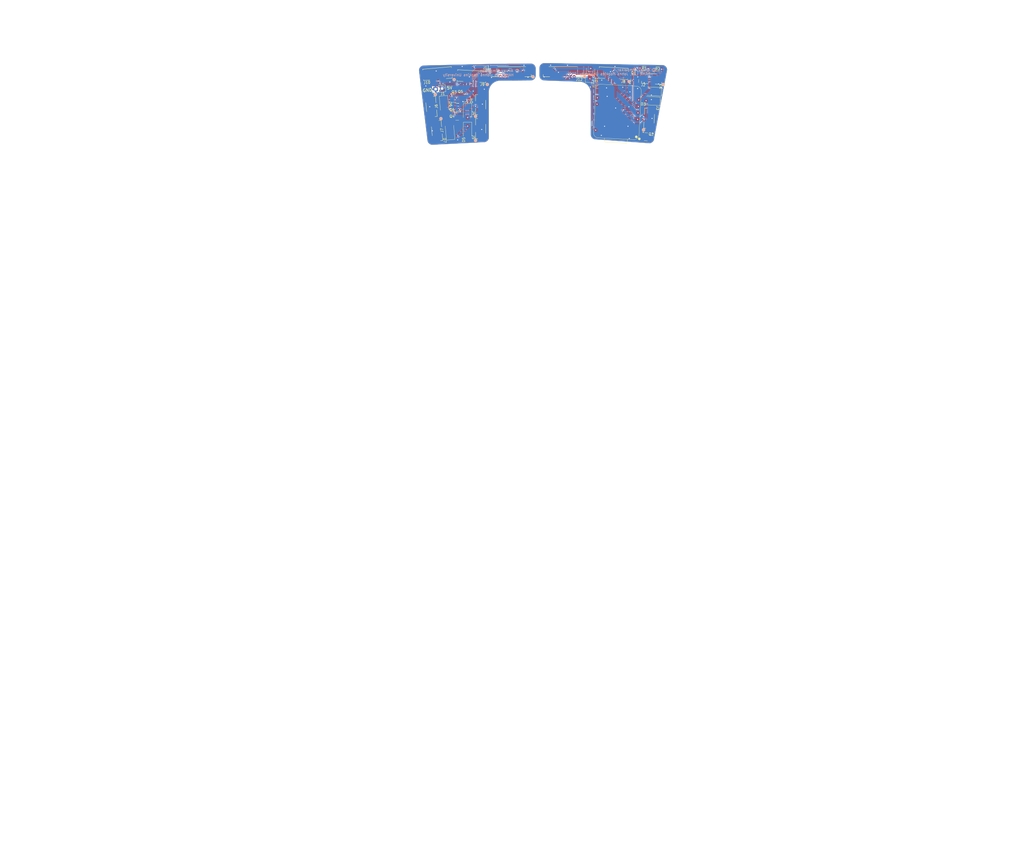
<source format=kicad_pcb>
(kicad_pcb (version 20241229) (generator "pcbnew") (generator_version "9.0")
  (layers (0 "F.Cu" signal) (2 "B.Cu" signal) (13 "F.Paste" user) (15 "B.Paste" user) (5 "F.SilkS" user "F.Silkscreen") (7 "B.SilkS" user "B.Silkscreen") (1 "F.Mask" user) (3 "B.Mask" user) (25 "Edge.Cuts" user))
  (net 0 "")
  (net 1 "5V")
  (net 2 "Net-(D3-A)")
  (net 3 "Net-(D4-A)")
  (net 4 "GND")
  (net 5 "Net-(D5-A)")
  (net 6 "V1")
  (net 7 "V2")
  (net 10 "SDA")
  (net 11 "SCL")
  (net 12 "Net-(D6-A)")
  (net 13 "Net-(D7-A)")
  (net 14 "3V3")
  (net 15 "Net-(D1-K)")
  (net 16 "Net-(D2-A)")
  (net 26 "V3")
  (net 27 "V4")
  (net 28 "V5")
  (net 29 "V6")
  (net 31 "5V_1")
  (net 32 "GND_1")
  (net 33 "SDA_1")
  (net 34 "SCL_1")
  (net 35 "V6_1")
  (net 36 "V3_1")
  (net 37 "V5_1")
  (net 38 "V4_1")
  (footprint "Package_TO_SOT_SMD:SOT-23" (layer "F.Cu") (at 227.762823 84.405935 -3)
    (property "Reference" "Q2")
    (property "Value" "IRLML2060")
  )
  (footprint "Diode_SMD:D_SMA" (layer "F.Cu") (at 148.9225 71.882 -85)
    (property "Reference" "D6")
    (property "Value" "1N5819")
  )
  (footprint "Pneumatactors:CONN02_533984002_MOL" (layer "F.Cu") (at 163.1465 71.816 -90)
    (property "Reference" "J4")
    (property "Value" "Valve_3")
  )
  (footprint "Pneumatactors:CONN08_533980871_MOL" (layer "F.Cu") (at 195.326 58.928)
    (property "Reference" "J12")
    (property "Value" "532610871")
  )
  (footprint "Resistor_SMD:R_1206_3216Metric_Pad1.30x1.75mm_HandSolder" (layer "F.Cu") (at 227.024699 57.647004 -3)
    (property "Reference" "R1")
    (property "Value" "10k")
  )
  (footprint "XIAO-ESP32S3:XIAO-ESP32S3-SMD" (layer "F.Cu") (at 216.586823 74.665004 177)
    (property "Reference" "U2")
    (property "Value" "SeeeduinoXIAO")
  )
  (footprint "Diode_SMD:D_SMA" (layer "F.Cu") (at 205.994 59.69 85)
    (property "Reference" "D1")
    (property "Value" "1N5819")
  )
  (footprint "Connector_PinHeader_2.54mm:PinHeader_1x02_P2.54mm_Vertical" (layer "F.Cu") (at 145.551665 65.753375 95)
    (property "Reference" "J1")
    (property "Value" "Conn_01x02_Pin")
  )
  (footprint "Package_TO_SOT_SMD:SOT-23" (layer "F.Cu") (at 152.811 69.276)
    (property "Reference" "Q3")
    (property "Value" "IRLML2060")
  )
  (footprint "Diode_SMD:D_SMA" (layer "F.Cu") (at 230.268082 66.641676 177)
    (property "Reference" "D2")
    (property "Value" "1N5819")
  )
  (footprint "Pneumatactors:CONN_532610001-SD_05_MOL" (layer "F.Cu") (at 215.038145 59.543578 -3)
    (property "Reference" "J8")
    (property "Value" "532610571")
  )
  (footprint "Diode_SMD:D_SMA" (layer "F.Cu") (at 229.794823 70.347004 177)
    (property "Reference" "D3")
    (property "Value" "1N5819")
  )
  (footprint "Pneumatactors:CONN02_533984002_MOL" (layer "F.Cu") (at 146.05 82.042 95)
    (property "Reference" "J7")
    (property "Value" "Valve_6")
  )
  (footprint "Pneumatactors:CONN_532610001-SD_05_MOL" (layer "F.Cu") (at 159.65912 60.706 -3)
    (property "Reference" "J9")
    (property "Value" "532610571")
  )
  (footprint "Package_TO_SOT_SMD:SOT-23" (layer "F.Cu") (at 154.0025 72.832 180)
    (property "Reference" "Q6")
    (property "Value" "IRLML2060")
  )
  (footprint "Resistor_SMD:R_1206_3216Metric_Pad1.30x1.75mm_HandSolder" (layer "F.Cu") (at 232.310947 57.901004 -3)
    (property "Reference" "R2")
    (property "Value" "10k")
  )
  (footprint "Package_TO_SOT_SMD:SOT-23" (layer "F.Cu") (at 156.875 69.21 180)
    (property "Reference" "Q5")
    (property "Value" "IRLML2060")
  )
  (footprint "Pneumatactors:CONN02_533984002_MOL" (layer "F.Cu") (at 230.048823 61.711004 -3)
    (property "Reference" "J2")
    (property "Value" "Valve_1")
  )
  (footprint "Package_TO_SOT_SMD:SOT-23" (layer "F.Cu") (at 223.30719 62.50307 87)
    (property "Reference" "Q1")
    (property "Value" "IRLML2060")
  )
  (footprint "Pneumatactors:CONN_532610001-SD_05_MOL" (layer "F.Cu") (at 146.304 59.69 5)
    (property "Reference" "J10")
    (property "Value" "532610571")
  )
  (footprint "Diode_SMD:D_SMA" (layer "F.Cu") (at 151.13 82.042 95)
    (property "Reference" "D7")
    (property "Value" "1N5819")
  )
  (footprint "Diode_SMD:D_SMA" (layer "F.Cu") (at 158.0665 82.23 -90)
    (property "Reference" "D5")
    (property "Value" "1N5819")
  )
  (footprint "Package_TO_SOT_SMD:SOT-23" (layer "F.Cu") (at 154.0025 76.388)
    (property "Reference" "Q4")
    (property "Value" "IRLML2060")
  )
  (footprint "Pneumatactors:CONN02_533984002_MOL" (layer "F.Cu") (at 163.1465 81.214 -90)
    (property "Reference" "J5")
    (property "Value" "Valve_4")
  )
  (footprint "Diode_SMD:D_SMA" (layer "F.Cu") (at 158.0665 74.864 -90)
    (property "Reference" "D4")
    (property "Value" "1N5819")
  )
  (footprint "Pneumatactors:CONN02_533984002_MOL" (layer "F.Cu") (at 229.032823 77.205004 -93)
    (property "Reference" "J3")
    (property "Value" "Valve_2")
  )
  (footprint "Pneumatactors:CONN02_533984002_MOL" (layer "F.Cu") (at 143.862267 72.644 95)
    (property "Reference" "J6")
    (property "Value" "Valve_5")
  )
  (footprint "Pneumatactors:CONN08_533980871_MOL" (layer "F.Cu") (at 175.26 58.928)
    (property "Reference" "J11")
    (property "Value" "532610871")
  )
  (gr_line (start 170.7831 62.45209) (end 182.753 62.357) (stroke (width 0.1)) (layer "Edge.Cuts"))
  (gr_arc (start 139.065 58.42) (mid 139.622962 57.072962) (end 140.97 56.515) (stroke (width 0.1)) (layer "Edge.Cuts"))
  (gr_arc (start 201.733293 62.855065) (mid 204.978 64.262) (end 206.168676 67.592147) (stroke (width 0.1)) (layer "Edge.Cuts"))
  (gr_line (start 230.935962 85.013) (end 236.015962 58.243038) (stroke (width 0.15)) (layer "Edge.Cuts"))
  (gr_arc (start 182.753 55.753) (mid 184.100038 56.310962) (end 184.658 57.658) (stroke (width 0.1)) (layer "Edge.Cuts"))
  (gr_line (start 208.103 85.393962) (end 229.031 86.917962) (stroke (width 0.15)) (layer "Edge.Cuts"))
  (gr_line (start 139.065021 58.428944) (end 142.367 85.598) (stroke (width 0.1)) (layer "Edge.Cuts"))
  (gr_line (start 184.658 60.452) (end 184.658 57.658) (stroke (width 0.1)) (layer "Edge.Cuts"))
  (gr_line (start 182.753 55.753) (end 166.624 55.88) (stroke (width 0.1)) (layer "Edge.Cuts"))
  (gr_line (start 206.16873 67.592147) (end 206.198038 83.489) (stroke (width 0.1)) (layer "Edge.Cuts"))
  (gr_arc (start 184.658 60.452) (mid 184.100038 61.799038) (end 182.753 62.357) (stroke (width 0.1)) (layer "Edge.Cuts"))
  (gr_line (start 186.132038 57.481) (end 186.132 60.452) (stroke (width 0.1)) (layer "Edge.Cuts"))
  (gr_arc (start 188.037038 62.357) (mid 186.69 61.799038) (end 186.132038 60.452) (stroke (width 0.1)) (layer "Edge.Cuts"))
  (gr_arc (start 208.103038 85.393962) (mid 206.756 84.836) (end 206.198038 83.488962) (stroke (width 0.1)) (layer "Edge.Cuts"))
  (gr_arc (start 166.33809 66.89709) (mid 167.64 63.754) (end 170.78309 62.45209) (stroke (width 0.1)) (layer "Edge.Cuts"))
  (gr_arc (start 144.272 87.503) (mid 142.924962 86.945038) (end 142.367 85.598) (stroke (width 0.1)) (layer "Edge.Cuts"))
  (gr_arc (start 166.37 84.582) (mid 165.812038 85.929038) (end 164.465 86.487) (stroke (width 0.1)) (layer "Edge.Cuts"))
  (gr_arc (start 186.132038 57.481038) (mid 186.69 56.134) (end 188.037038 55.576038) (stroke (width 0.1)) (layer "Edge.Cuts"))
  (gr_line (start 164.465 86.487) (end 144.272 87.503) (stroke (width 0.1)) (layer "Edge.Cuts"))
  (gr_line (start 166.37 84.582) (end 166.338091 66.89709) (stroke (width 0.1)) (layer "Edge.Cuts"))
  (gr_arc (start 230.935962 85.012962) (mid 230.378 86.36) (end 229.030962 86.917962) (stroke (width 0.1)) (layer "Edge.Cuts"))
  (gr_line (start 166.624 55.88) (end 140.97 56.515) (stroke (width 0.1)) (layer "Edge.Cuts"))
  (gr_line (start 201.7333 62.855065) (end 188.037038 62.357) (stroke (width 0.1)) (layer "Edge.Cuts"))
  (gr_line (start 188.037038 55.573663) (end 234.111 56.338038) (stroke (width 0.1)) (layer "Edge.Cuts"))
  (gr_arc (start 234.110962 56.338038) (mid 235.458 56.896) (end 236.015962 58.243038) (stroke (width 0.1)) (layer "Edge.Cuts"))
  (gr_text "5V" (at 149.86 66.04 5) (layer "F.SilkS") (effects (font (size 1.2 1.2) (thickness 0.2) (bold yes)) (justify left bottom)))
  (gr_text "GND" (at 140.462 67.056 5) (layer "F.SilkS") (effects (font (size 1.2 1.2) (thickness 0.2) (bold yes)) (justify left bottom)))
  (gr_text "© Anway Pimpalkar\n   HAMR Lab, Johns Hopkins University" (at 231.902 60.4012 0) (layer "B.SilkS") (effects (font (size 1 1)) (justify left bottom mirror)))
  (gr_text "© Anway Pimpalkar\n   HAMR Lab, Johns Hopkins University" (at 178.4096 60.8076 0) (layer "B.SilkS") (effects (font (size 1 1)) (justify left bottom mirror)))
  (segment (start 148.748187 71.144385) (end 146.799896 73.092676) (width 1) (layer "F.Cu") (net 1))
  (segment (start 161.1507 79.4072) (end 160.02 78.2765) (width 1) (layer "F.Cu") (net 1))
  (segment (start 148.844 66.294) (end 157.791652 66.294) (width 1) (layer "F.Cu") (net 1))
  (segment (start 156.778122 62.798122) (end 153.282244 66.294) (width 1) (layer "F.Cu") (net 1))
  (segment (start 161.1507 69.653048) (end 159.8105 68.312848) (width 1) (layer "F.Cu") (net 1))
  (segment (start 160.02 78.2765) (end 158.0665 80.23) (width 1) (layer "F.Cu") (net 1))
  (segment (start 179.578 60.8668) (end 179.635 60.9238) (width 1) (layer "F.Cu") (net 1))
  (segment (start 148.082 65.532) (end 148.844 66.294) (width 1) (layer "F.Cu") (net 1))
  (segment (start 153.282244 66.294) (end 148.844 66.294) (width 1) (layer "F.Cu") (net 1))
  (segment (start 149.636391 84.034389) (end 148.092678 82.490676) (width 1) (layer "F.Cu") (net 1))
  (segment (start 148.082 65.532) (end 148.082 69.223423) (width 1) (layer "F.Cu") (net 1))
  (segment (start 144.066656 63.655487) (end 144.792696 64.381527) (width 0.5) (layer "F.Cu") (net 1))
  (segment (start 156.778122 62.798122) (end 156.778122 63.243266) (width 1) (layer "F.Cu") (net 1))
  (segment (start 161.1507 71.191) (end 161.1507 69.653048) (width 1) (layer "F.Cu") (net 1))
  (segment (start 160.655 57.15) (end 156.778122 61.026878) (width 1) (layer "F.Cu") (net 1))
  (segment (start 156.778122 61.026878) (end 156.778122 62.798122) (width 1) (layer "F.Cu") (net 1))
  (segment (start 148.082 69.223423) (end 148.748187 69.88961) (width 1) (layer "F.Cu") (net 1))
  (segment (start 156.778122 63.243266) (end 157.010536 63.47568) (width 1) (layer "F.Cu") (net 1))
  (segment (start 146.511159 64.381527) (end 146.899632 64.77) (width 0.5) (layer "F.Cu") (net 1))
  (segment (start 151.304311 84.034389) (end 154.262111 84.034389) (width 1) (layer "F.Cu") (net 1))
  (segment (start 146.899632 64.77) (end 147.32 64.77) (width 0.5) (layer "F.Cu") (net 1))
  (segment (start 160.02 74.8175) (end 160.02 78.2765) (width 1) (layer "F.Cu") (net 1))
  (segment (start 161.1507 80.589) (end 161.1507 79.4072) (width 1) (layer "F.Cu") (net 1))
  (segment (start 158.0665 72.864) (end 160.02 74.8175) (width 1) (layer "F.Cu") (net 1))
  (segment (start 159.8105 71.12) (end 158.0665 72.864) (width 1) (layer "F.Cu") (net 1))
  (segment (start 148.748187 69.88961) (end 148.748187 71.144385) (width 1) (layer "F.Cu") (net 1))
  (segment (start 159.8105 68.312848) (end 159.8105 71.12) (width 1) (layer "F.Cu") (net 1))
  (segment (start 147.32 64.77) (end 148.082 65.532) (width 0.5) (layer "F.Cu") (net 1))
  (segment (start 146.799896 73.092676) (end 145.904944 73.092676) (width 1) (layer "F.Cu") (net 1))
  (segment (start 157.791652 66.294) (end 159.8105 68.312848) (width 1) (layer "F.Cu") (net 1))
  (segment (start 179.578 58.42) (end 179.578 60.8668) (width 1) (layer "F.Cu") (net 1))
  (segment (start 144.792696 64.381527) (end 146.511159 64.381527) (width 0.5) (layer "F.Cu") (net 1))
  (segment (start 144.066656 62.801337) (end 144.066656 63.655487) (width 0.5) (layer "F.Cu") (net 1))
  (segment (start 151.304311 84.034389) (end 149.636391 84.034389) (width 1) (layer "F.Cu") (net 1))
  (via (at 160.655 57.15) (size 0.8) (drill 0.4) (layers "F.Cu" "B.Cu") (net 1))
  (via (at 179.578 58.42) (size 0.8) (drill 0.4) (layers "F.Cu" "B.Cu") (net 1))
  (via (at 154.262111 84.034389) (size 0.8) (drill 0.4) (layers "F.Cu" "B.Cu") (net 1))
  (via (at 158.0665 80.23) (size 0.8) (drill 0.4) (layers "F.Cu" "B.Cu") (net 1))
  (segment (start 178.301 57.143) (end 179.578 58.42) (width 1) (layer "B.Cu") (net 1))
  (segment (start 160.655 57.15) (end 160.662 57.143) (width 1) (layer "B.Cu") (net 1))
  (segment (start 154.262111 84.034389) (end 158.0665 80.23) (width 1) (layer "B.Cu") (net 1))
  (segment (start 160.662 57.143) (end 178.301 57.143) (width 1) (layer "B.Cu") (net 1))
  (segment (start 227.007048 81.592048) (end 228.699038 83.284038) (width 0.5) (layer "F.Cu") (net 2))
  (segment (start 227.007048 77.724695) (end 227.007048 81.592048) (width 0.5) (layer "F.Cu") (net 2))
  (segment (start 228.699038 83.284038) (end 228.699038 84.455) (width 0.5) (layer "F.Cu") (net 2))
  (via (at 227.797564 70.242332) (size 0.8) (drill 0.4) (layers "F.Cu" "B.Cu") (net 2))
  (via (at 227.007048 77.724695) (size 0.8) (drill 0.4) (layers "F.Cu" "B.Cu") (net 2))
  (segment (start 227.797564 70.242332) (end 227.797564 76.934179) (width 0.5) (layer "B.Cu") (net 2))
  (segment (start 227.797564 76.934179) (end 227.007048 77.724695) (width 0.5) (layer "B.Cu") (net 2))
  (via (at 158.0665 76.864) (size 0.8) (drill 0.4) (layers "F.Cu" "B.Cu") (net 3))
  (via (at 161.1507 72.441) (size 0.8) (drill 0.4) (layers "F.Cu" "B.Cu") (net 3))
  (via (at 153.7485 69.177) (size 0.8) (drill 0.4) (layers "F.Cu" "B.Cu") (net 3))
  (segment (start 161.1507 72.441) (end 161.1507 73.7798) (width 1) (layer "B.Cu") (net 3))
  (segment (start 158.7087 74.883) (end 154.48395 74.883) (width 1) (layer "B.Cu") (net 3))
  (segment (start 161.1507 73.7798) (end 158.0665 76.864) (width 1) (layer "B.Cu") (net 3))
  (segment (start 153.7485 74.14755) (end 153.7485 69.177) (width 1) (layer "B.Cu") (net 3))
  (segment (start 161.1507 72.441) (end 158.7087 74.883) (width 1) (layer "B.Cu") (net 3))
  (segment (start 154.48395 74.883) (end 153.7485 74.14755) (width 1) (layer "B.Cu") (net 3))
  (via (at 181.6608 61.1124) (size 0.8) (drill 0.4) (layers "F.Cu" "B.Cu") (net 4))
  (via (at 164.592 65.786) (size 0.8) (drill 0.4) (layers "F.Cu" "B.Cu") (net 4))
  (via (at 180.086 56.4388) (size 0.8) (drill 0.4) (layers "F.Cu" "B.Cu") (net 4))
  (via (at 173.99 58.42) (size 0.8) (drill 0.4) (layers "F.Cu" "B.Cu") (net 4))
  (via (at 156.21 70.612) (size 0.8) (drill 0.4) (layers "F.Cu" "B.Cu") (net 4))
  (via (at 154.178 85.598) (size 0.8) (drill 0.4) (layers "F.Cu" "B.Cu") (net 4))
  (via (at 143.256 72.644) (size 0.8) (drill 0.4) (layers "F.Cu" "B.Cu") (net 4))
  (via (at 155.956 56.896) (size 0.8) (drill 0.4) (layers "F.Cu" "B.Cu") (net 4))
  (via (at 145.796 58.674) (size 0.8) (drill 0.4) (layers "F.Cu" "B.Cu") (net 4))
  (via (at 158.75 60.96) (size 0.8) (drill 0.4) (layers "F.Cu" "B.Cu") (net 4))
  (via (at 160.274 66.548) (size 0.8) (drill 0.4) (layers "F.Cu" "B.Cu") (net 4))
  (via (at 163.83 71.628) (size 0.8) (drill 0.4) (layers "F.Cu" "B.Cu") (net 4))
  (via (at 144.272 82.042) (size 0.8) (drill 0.4) (layers "F.Cu" "B.Cu") (net 4))
  (via (at 163.576 81.534) (size 0.8) (drill 0.4) (layers "F.Cu" "B.Cu") (net 4))
  (via (at 167.386 61.214) (size 0.8) (drill 0.4) (layers "F.Cu" "B.Cu") (net 4))
  (via (at 141.732 64.516) (size 0.8) (drill 0.4) (layers "F.Cu" "B.Cu") (net 4))
  (via (at 151.13 62.992) (size 0.8) (drill 0.4) (layers "F.Cu" "B.Cu") (net 4))
  (via (at 177.3428 58.8264) (size 0.8) (drill 0.4) (layers "F.Cu" "B.Cu") (net 4))
  (segment (start 158.0665 84.23) (end 158.7597 84.23) (width 1) (layer "F.Cu") (net 5))
  (segment (start 154.94 76.388) (end 154.94 81.1035) (width 1) (layer "F.Cu") (net 5))
  (segment (start 154.94 81.1035) (end 158.0665 84.23) (width 1) (layer "F.Cu") (net 5))
  (segment (start 158.7597 84.23) (end 161.1507 81.839) (width 1) (layer "F.Cu") (net 5))
  (segment (start 224.240799 82.649525) (end 222.604651 81.013377) (width 0.25) (layer "F.Cu") (net 6))
  (segment (start 222.604651 81.013377) (end 222.604651 63.68479) (width 0.25) (layer "F.Cu") (net 6))
  (segment (start 222.604651 63.68479) (end 222.309427 63.389566) (width 0.25) (layer "F.Cu") (net 6))
  (segment (start 224.373732 80.113006) (end 224.408978 80.113006) (width 0.5) (layer "F.Cu") (net 7))
  (segment (start 224.408978 80.113006) (end 226.876327 82.580355) (width 0.5) (layer "F.Cu") (net 7))
  (segment (start 226.876327 82.580355) (end 226.876327 83.408172) (width 0.5) (layer "F.Cu") (net 7))
  (segment (start 173.2069 56.2984) (end 177.135 60.2265) (width 0.25) (layer "F.Cu") (net 10))
  (segment (start 158.258823 63.541099) (end 158.258823 62.689031) (width 0.25) (layer "F.Cu") (net 10))
  (segment (start 145.3119 61.9521) (end 149.975455 57.288545) (width 0.25) (layer "F.Cu") (net 10))
  (segment (start 155.65528 57.622) (end 158.574488 57.622) (width 0.25) (layer "F.Cu") (net 10))
  (segment (start 158.258823 62.689031) (end 158.538337 62.409517) (width 0.25) (layer "F.Cu") (net 10))
  (segment (start 158.538337 62.409517) (end 159.202673 62.409517) (width 0.25) (layer "F.Cu") (net 10))
  (segment (start 164.609811 58.592689) (end 166.9041 56.2984) (width 0.25) (layer "F.Cu") (net 10))
  (segment (start 159.898088 56.2984) (end 166.9041 56.2984) (width 0.25) (layer "F.Cu") (net 10))
  (segment (start 162.740488 59.239) (end 162.740488 59.210023) (width 0.25) (layer "F.Cu") (net 10))
  (segment (start 158.574488 57.622) (end 159.898088 56.2984) (width 0.25) (layer "F.Cu") (net 10))
  (segment (start 155.321825 57.288545) (end 155.65528 57.622) (width 0.25) (layer "F.Cu") (net 10))
  (segment (start 166.9041 56.2984) (end 173.2069 56.2984) (width 0.25) (layer "F.Cu") (net 10))
  (segment (start 163.357822 58.592689) (end 164.609811 58.592689) (width 0.25) (layer "F.Cu") (net 10))
  (segment (start 177.135 60.2265) (end 177.135 60.9238) (width 0.25) (layer "F.Cu") (net 10))
  (segment (start 162.740488 59.210023) (end 163.357822 58.592689) (width 0.25) (layer "F.Cu") (net 10))
  (segment (start 149.975455 57.288545) (end 155.321825 57.288545) (width 0.25) (layer "F.Cu") (net 10))
  (segment (start 145.3119 62.692392) (end 145.3119 61.9521) (width 0.25) (layer "F.Cu") (net 10))
  (segment (start 159.202673 62.409517) (end 162.37319 59.239) (width 0.25) (layer "F.Cu") (net 10))
  (segment (start 162.37319 59.239) (end 162.740488 59.239) (width 0.25) (layer "F.Cu") (net 10))
  (segment (start 163.191488 59.42581) (end 162.927298 59.69) (width 0.25) (layer "F.Cu") (net 11))
  (segment (start 163.191488 59.396833) (end 163.191488 59.42581) (width 0.25) (layer "F.Cu") (net 11))
  (segment (start 170.447 62.23) (end 168.542 60.325) (width 0.25) (layer "F.Cu") (net 11))
  (segment (start 175.885 61.2425) (end 174.8975 62.23) (width 0.25) (layer "F.Cu") (net 11))
  (segment (start 166.212438 60.325) (end 166.212438 59.350307) (width 0.25) (layer "F.Cu") (net 11))
  (segment (start 168.542 60.325) (end 166.212438 60.325) (width 0.25) (layer "F.Cu") (net 11))
  (segment (start 159.389483 62.860517) (end 159.379213 62.860517) (width 0.25) (layer "F.Cu") (net 11))
  (segment (start 175.885 60.9238) (end 175.885 61.2425) (width 0.25) (layer "F.Cu") (net 11))
  (segment (start 174.8975 62.23) (end 170.447 62.23) (width 0.25) (layer "F.Cu") (net 11))
  (segment (start 162.56 59.69) (end 159.389483 62.860517) (width 0.25) (layer "F.Cu") (net 11))
  (segment (start 166.212438 59.350307) (end 165.90582 59.043689) (width 0.25) (layer "F.Cu") (net 11))
  (segment (start 159.50711 63.25089) (end 159.50711 63.60652) (width 0.25) (layer "F.Cu") (net 11))
  (segment (start 165.90582 59.043689) (end 163.544632 59.043689) (width 0.25) (layer "F.Cu") (net 11))
  (segment (start 162.927298 59.69) (end 162.56 59.69) (width 0.25) (layer "F.Cu") (net 11))
  (segment (start 146.557144 62.583448) (end 146.557144 63.138106) (width 0.25) (layer "F.Cu") (net 11))
  (segment (start 159.379213 62.860517) (end 159.379213 63.60652) (width 0.25) (layer "F.Cu") (net 11))
  (segment (start 163.544632 59.043689) (end 163.191488 59.396833) (width 0.25) (layer "F.Cu") (net 11))
  (via (at 159.379213 63.60652) (size 0.8) (drill 0.4) (layers "F.Cu" "B.Cu") (net 11))
  (via (at 146.557144 62.583448) (size 0.8) (drill 0.4) (layers "F.Cu" "B.Cu") (net 11))
  (via (at 153.924 63.754) (size 0.8) (drill 0.4) (layers "F.Cu" "B.Cu") (net 11))
  (segment (start 147.727696 63.754) (end 146.557144 62.583448) (width 0.25) (layer "B.Cu") (net 11))
  (segment (start 153.924 63.754) (end 159.231733 63.754) (width 0.25) (layer "B.Cu") (net 11))
  (segment (start 159.231733 63.754) (end 159.379213 63.60652) (width 0.25) (layer "B.Cu") (net 11))
  (segment (start 153.924 63.754) (end 147.727696 63.754) (width 0.25) (layer "B.Cu") (net 11))
  (segment (start 145.145826 71.847433) (end 144.769968 72.223291) (width 0.5) (layer "F.Cu") (net 12))
  (segment (start 155.1205 70.027) (end 153.747 70.027) (width 0.5) (layer "F.Cu") (net 12))
  (segment (start 144.769968 73.701265) (end 145.773849 74.705146) (width 0.5) (layer "F.Cu") (net 12))
  (segment (start 153.747 70.027) (end 149.89961 73.87439) (width 0.5) (layer "F.Cu") (net 12))
  (segment (start 149.89961 73.87439) (end 149.096813 73.87439) (width 0.5) (layer "F.Cu") (net 12))
  (segment (start 145.796 71.847433) (end 145.145826 71.847433) (width 0.5) (layer "F.Cu") (net 12))
  (segment (start 155.9375 69.21) (end 155.1205 70.027) (width 0.5) (layer "F.Cu") (net 12))
  (segment (start 148.266057 74.705146) (end 149.096813 73.87439) (width 0.5) (layer "F.Cu") (net 12))
  (segment (start 144.769968 72.223291) (end 144.769968 73.701265) (width 0.5) (layer "F.Cu") (net 12))
  (segment (start 145.773849 74.705146) (end 148.266057 74.705146) (width 0.5) (layer "F.Cu") (net 12))
  (segment (start 149.759867 81.245433) (end 150.955689 80.049611) (width 1) (layer "F.Cu") (net 13))
  (segment (start 150.955689 74.941311) (end 153.065 72.832) (width 1) (layer "F.Cu") (net 13))
  (segment (start 147.983733 81.245433) (end 149.759867 81.245433) (width 1) (layer "F.Cu") (net 13))
  (segment (start 150.955689 80.049611) (end 150.955689 74.941311) (width 1) (layer "F.Cu") (net 13))
  (segment (start 208.363819 76.730476) (end 209.740706 76.730476) (width 1) (layer "F.Cu") (net 14))
  (segment (start 222.324147 61.453898) (end 222.324147 59.615853) (width 1) (layer "F.Cu") (net 14))
  (segment (start 222.324147 59.615853) (end 223.413205 58.526795) (width 1) (layer "F.Cu") (net 14))
  (segment (start 221.277319 62.500726) (end 222.324147 61.453898) (width 1) (layer "F.Cu") (net 14))
  (segment (start 209.740706 76.730476) (end 221.277319 65.193863) (width 1) (layer "F.Cu") (net 14))
  (segment (start 221.277319 65.193863) (end 221.277319 62.500726) (width 1) (layer "F.Cu") (net 14))
  (via (at 223.413205 58.526795) (size 0.8) (drill 0.4) (layers "F.Cu" "B.Cu") (net 14))
  (via (at 228.572575 57.728125) (size 0.8) (drill 0.4) (layers "F.Cu" "B.Cu") (net 14))
  (via (at 233.858823 57.982125) (size 0.8) (drill 0.4) (layers "F.Cu" "B.Cu") (net 14))
  (segment (start 224.57641 59.69) (end 226.6107 59.69) (width 1) (layer "B.Cu") (net 14))
  (segment (start 232.150948 59.69) (end 233.858823 57.982125) (width 1) (layer "B.Cu") (net 14))
  (segment (start 226.6107 59.69) (end 228.572575 57.728125) (width 1) (layer "B.Cu") (net 14))
  (segment (start 230.53445 59.69) (end 232.150948 59.69) (width 1) (layer "B.Cu") (net 14))
  (segment (start 228.572575 57.728125) (end 230.53445 59.69) (width 1) (layer "B.Cu") (net 14))
  (segment (start 223.413205 58.526795) (end 224.57641 59.69) (width 1) (layer "B.Cu") (net 14))
  (via (at 205.819688 61.682389) (size 0.8) (drill 0.4) (layers "F.Cu" "B.Cu") (net 15))
  (via (at 208.097953 81.803514) (size 0.8) (drill 0.4) (layers "F.Cu" "B.Cu") (net 15))
  (segment (start 207.01 80.715561) (end 207.01 62.872701) (width 0.5) (layer "B.Cu") (net 15))
  (segment (start 207.01 80.715561) (end 208.097953 81.803514) (width 0.5) (layer "B.Cu") (net 15))
  (segment (start 207.01 62.872701) (end 205.819688 61.682389) (width 0.5) (layer "B.Cu") (net 15))
  (segment (start 229.90173 62.421406) (end 228.553121 62.421406) (width 0.5) (layer "F.Cu") (net 16))
  (segment (start 228.270823 65.939816) (end 228.270823 66.537004) (width 0.5) (layer "F.Cu") (net 16))
  (segment (start 228.553121 62.421406) (end 228.270823 62.703704) (width 0.5) (layer "F.Cu") (net 16))
  (segment (start 230.568514 63.736779) (end 230.568514 63.08819) (width 0.5) (layer "F.Cu") (net 16))
  (segment (start 230.568514 63.08819) (end 229.90173 62.421406) (width 0.5) (layer "F.Cu") (net 16))
  (segment (start 228.270823 62.703704) (end 228.270823 66.537004) (width 0.5) (layer "F.Cu") (net 16))
  (segment (start 223.897862 61.566855) (end 228.270823 65.939816) (width 0.5) (layer "F.Cu") (net 16))
  (segment (start 223.356255 61.566855) (end 223.897862 61.566855) (width 0.5) (layer "F.Cu") (net 16))
  (segment (start 174.635 60.4296) (end 174.635 60.9238) (width 0.25) (layer "F.Cu") (net 26))
  (segment (start 173.041453 58.836053) (end 174.635 60.4296) (width 0.25) (layer "F.Cu") (net 26))
  (segment (start 170.271947 58.836053) (end 173.041453 58.836053) (width 0.25) (layer "F.Cu") (net 26))
  (via (at 170.271947 58.836053) (size 0.8) (drill 0.4) (layers "F.Cu" "B.Cu") (net 26))
  (via (at 151.8735 68.326) (size 0.8) (drill 0.4) (layers "F.Cu" "B.Cu") (net 26))
  (segment (start 152.1485 68.051) (end 152.36103 68.051) (width 0.25) (layer "B.Cu") (net 26))
  (segment (start 160.555213 64.866977) (end 160.555213 59.255376) (width 0.25) (layer "B.Cu") (net 26))
  (segment (start 152.36103 68.051) (end 152.65103 67.761) (width 0.25) (layer "B.Cu") (net 26))
  (segment (start 151.8735 68.326) (end 152.1485 68.051) (width 0.25) (layer "B.Cu") (net 26))
  (segment (start 160.555213 59.255376) (end 161.390589 58.42) (width 0.25) (layer "B.Cu") (net 26))
  (segment (start 152.65103 67.761) (end 157.66119 67.761) (width 0.25) (layer "B.Cu") (net 26))
  (segment (start 157.66119 67.761) (end 160.555213 64.866977) (width 0.25) (layer "B.Cu") (net 26))
  (segment (start 169.855894 58.42) (end 170.271947 58.836053) (width 0.25) (layer "B.Cu") (net 26))
  (segment (start 161.390589 58.42) (end 169.855894 58.42) (width 0.25) (layer "B.Cu") (net 26))
  (via (at 173.385 60.9238) (size 0.8) (drill 0.4) (layers "F.Cu" "B.Cu") (net 27))
  (via (at 153.065 75.438) (size 0.8) (drill 0.4) (layers "F.Cu" "B.Cu") (net 27))
  (segment (start 150.628213 73.001213) (end 150.628213 68.544567) (width 0.25) (layer "B.Cu") (net 27))
  (segment (start 157.47438 67.31) (end 160.104213 64.680167) (width 0.25) (layer "B.Cu") (net 27))
  (segment (start 153.065 75.438) (end 150.628213 73.001213) (width 0.25) (layer "B.Cu") (net 27))
  (segment (start 161.203779 57.969) (end 170.4302 57.969) (width 0.25) (layer "B.Cu") (net 27))
  (segment (start 170.4302 57.969) (end 173.385 60.9238) (width 0.25) (layer "B.Cu") (net 27))
  (segment (start 150.628213 68.544567) (end 151.86278 67.31) (width 0.25) (layer "B.Cu") (net 27))
  (segment (start 151.86278 67.31) (end 157.47438 67.31) (width 0.25) (layer "B.Cu") (net 27))
  (segment (start 160.104213 59.068566) (end 161.203779 57.969) (width 0.25) (layer "B.Cu") (net 27))
  (segment (start 160.104213 64.680167) (end 160.104213 59.068566) (width 0.25) (layer "B.Cu") (net 27))
  (segment (start 172.135 60.9238) (end 172.1758 60.9238) (width 0.25) (layer "F.Cu") (net 28))
  (segment (start 172.1758 60.9238) (end 172.212 60.96) (width 0.25) (layer "F.Cu") (net 28))
  (via (at 172.212 60.96) (size 0.8) (drill 0.4) (layers "F.Cu" "B.Cu") (net 28))
  (via (at 157.8125 70.16) (size 0.8) (drill 0.4) (layers "F.Cu" "B.Cu") (net 28))
  (segment (start 161.006213 59.442186) (end 161.006213 66.966287) (width 0.25) (layer "B.Cu") (net 28))
  (segment (start 171.958 60.706) (end 171.958 60.13461) (width 0.25) (layer "B.Cu") (net 28))
  (segment (start 169.280174 58.871) (end 161.577399 58.871) (width 0.25) (layer "B.Cu") (net 28))
  (segment (start 161.577399 58.871) (end 161.006213 59.442186) (width 0.25) (layer "B.Cu") (net 28))
  (segment (start 172.212 60.96) (end 171.958 60.706) (width 0.25) (layer "B.Cu") (net 28))
  (segment (start 170.099174 59.69) (end 169.280174 58.871) (width 0.25) (layer "B.Cu") (net 28))
  (segment (start 161.006213 66.966287) (end 157.8125 70.16) (width 0.25) (layer "B.Cu") (net 28))
  (segment (start 171.51339 59.69) (end 170.099174 59.69) (width 0.25) (layer "B.Cu") (net 28))
  (segment (start 171.958 60.13461) (end 171.51339 59.69) (width 0.25) (layer "B.Cu") (net 28))
  (via (at 154.94 73.782) (size 0.8) (drill 0.4) (layers "F.Cu" "B.Cu") (net 29))
  (via (at 170.885 60.9238) (size 0.8) (drill 0.4) (layers "F.Cu" "B.Cu") (net 29))
  (segment (start 155.21722 73.782) (end 161.457213 67.542007) (width 0.25) (layer "B.Cu") (net 29))
  (segment (start 170.695164 60.9238) (end 170.885 60.9238) (width 0.25) (layer "B.Cu") (net 29))
  (segment (start 161.457213 59.628996) (end 161.764209 59.322) (width 0.25) (layer "B.Cu") (net 29))
  (segment (start 161.764209 59.322) (end 169.093364 59.322) (width 0.25) (layer "B.Cu") (net 29))
  (segment (start 154.94 73.782) (end 155.21722 73.782) (width 0.25) (layer "B.Cu") (net 29))
  (segment (start 161.457213 67.542007) (end 161.457213 59.628996) (width 0.25) (layer "B.Cu") (net 29))
  (segment (start 169.093364 59.322) (end 170.695164 60.9238) (width 0.25) (layer "B.Cu") (net 29))
  (segment (start 212.575778 57.827) (end 214.545 57.827) (width 1) (layer "F.Cu") (net 31))
  (segment (start 190.951 59.239) (end 192.278 57.912) (width 1) (layer "F.Cu") (net 31))
  (segment (start 214.545 57.827) (end 215.138 58.42) (width 1) (layer "F.Cu") (net 31))
  (segment (start 211.354017 56.977673) (end 212.389561 58.013217) (width 1) (layer "F.Cu") (net 31))
  (segment (start 232.265341 66.746348) (end 232.265341 69.978417) (width 1) (layer "F.Cu") (net 31))
  (segment (start 221.234 69.088) (end 218.948 71.374) (width 1) (layer "F.Cu") (net 31))
  (segment (start 229.320227 64.581195) (end 231.48538 66.746348) (width 1) (layer "F.Cu") (net 31))
  (segment (start 206.88825 56.977673) (end 206.168312 57.697611) (width 1) (layer "F.Cu") (net 31))
  (segment (start 228.172341 72.188352) (end 227.072468 73.288225) (width 1) (layer "F.Cu") (net 31))
  (segment (start 232.265341 69.978417) (end 231.792082 70.451676) (width 1) (layer "F.Cu") (net 31))
  (segment (start 212.389561 58.013217) (end 212.389561 62.313258) (width 1) (layer "F.Cu") (net 31))
  (segment (start 211.354017 56.977673) (end 206.88825 56.977673) (width 1) (layer "F.Cu") (net 31))
  (segment (start 230.055406 72.188352) (end 228.172341 72.188352) (width 1) (layer "F.Cu") (net 31))
  (segment (start 229.320227 63.671359) (end 229.320227 64.581195) (width 1) (layer "F.Cu") (net 31))
  (segment (start 231.48538 66.746348) (end 232.265341 66.746348) (width 1) (layer "F.Cu") (net 31))
  (segment (start 231.792082 70.451676) (end 230.055406 72.188352) (width 1) (layer "F.Cu") (net 31))
  (segment (start 218.948 71.374) (end 218.948 73.914) (width 1) (layer "F.Cu") (net 31))
  (segment (start 227.072468 73.288225) (end 227.072468 76.476408) (width 1) (layer "F.Cu") (net 31))
  (segment (start 190.951 60.9238) (end 190.951 59.239) (width 1) (layer "F.Cu") (net 31))
  (segment (start 212.389561 58.013217) (end 212.575778 57.827) (width 1) (layer "F.Cu") (net 31))
  (via (at 218.948 73.914) (size 0.8) (drill 0.4) (layers "F.Cu" "B.Cu") (net 31))
  (via (at 226.846564 76.476408) (size 0.8) (drill 0.4) (layers "F.Cu" "B.Cu") (net 31))
  (via (at 206.168312 57.697611) (size 0.8) (drill 0.4) (layers "F.Cu" "B.Cu") (net 31))
  (via (at 221.234 69.088) (size 0.8) (drill 0.4) (layers "F.Cu" "B.Cu") (net 31))
  (via (at 215.138 58.42) (size 0.8) (drill 0.4) (layers "F.Cu" "B.Cu") (net 31))
  (via (at 192.278 57.912) (size 0.8) (drill 0.4) (layers "F.Cu" "B.Cu") (net 31))
  (segment (start 226.316156 76.476408) (end 226.846564 76.476408) (width 1) (layer "B.Cu") (net 31))
  (segment (start 218.948 73.914) (end 223.711487 78.677487) (width 1) (layer "B.Cu") (net 31))
  (segment (start 219.795 67.649) (end 221.234 69.088) (width 1) (layer "B.Cu") (net 31))
  (segment (start 225.806 77.834203) (end 225.806 76.986564) (width 1) (layer "B.Cu") (net 31))
  (segment (start 192.492389 57.697611) (end 206.168312 57.697611) (width 1) (layer "B.Cu") (net 31))
  (segment (start 225.806 76.986564) (end 226.316156 76.476408) (width 1) (layer "B.Cu") (net 31))
  (segment (start 219.795 63.077) (end 219.795 67.649) (width 1) (layer "B.Cu") (net 31))
  (segment (start 223.711487 78.677487) (end 224.962716 78.677487) (width 1) (layer "B.Cu") (net 31))
  (segment (start 224.962716 78.677487) (end 225.806 77.834203) (width 1) (layer "B.Cu") (net 31))
  (segment (start 215.138 58.42) (end 219.795 63.077) (width 1) (layer "B.Cu") (net 31))
  (segment (start 192.278 57.912) (end 192.492389 57.697611) (width 1) (layer "B.Cu") (net 31))
  (via (at 215.646 56.896) (size 0.8) (drill 0.4) (layers "F.Cu" "B.Cu") (net 32))
  (via (at 190.5 56.388) (size 0.8) (drill 0.4) (layers "F.Cu" "B.Cu") (net 32))
  (via (at 215.9 73.152) (size 0.8) (drill 0.4) (layers "F.Cu" "B.Cu") (net 32))
  (via (at 221.488 66.802) (size 0.8) (drill 0.4) (layers "F.Cu" "B.Cu") (net 32))
  (via (at 224.4852 65.532) (size 0.8) (drill 0.4) (layers "F.Cu" "B.Cu") (net 32))
  (via (at 230.378 83.058) (size 0.8) (drill 0.4) (layers "F.Cu" "B.Cu") (net 32))
  (via (at 230.124 77.216) (size 0.8) (drill 0.4) (layers "F.Cu" "B.Cu") (net 32))
  (via (at 229.87 68.072) (size 0.8) (drill 0.4) (layers "F.Cu" "B.Cu") (net 32))
  (via (at 206.0448 64.9224) (size 0.8) (drill 0.4) (layers "F.Cu" "B.Cu") (net 32))
  (via (at 227.076 63.246) (size 0.8) (drill 0.4) (layers "F.Cu" "B.Cu") (net 32))
  (via (at 218.694 65.024) (size 0.8) (drill 0.4) (layers "F.Cu" "B.Cu") (net 32))
  (via (at 224.536 60.96) (size 0.8) (drill 0.4) (layers "F.Cu" "B.Cu") (net 32))
  (via (at 210.4644 62.23) (size 0.8) (drill 0.4) (layers "F.Cu" "B.Cu") (net 32))
  (via (at 212.598 68.58) (size 0.8) (drill 0.4) (layers "F.Cu" "B.Cu") (net 32))
  (via (at 232.664 63.754) (size 0.8) (drill 0.4) (layers "F.Cu" "B.Cu") (net 32))
  (via (at 210.312 83.82) (size 0.8) (drill 0.4) (layers "F.Cu" "B.Cu") (net 32))
  (via (at 233.68 65.024) (size 0.8) (drill 0.4) (layers "F.Cu" "B.Cu") (net 32))
  (via (at 212.344 65.278) (size 0.8) (drill 0.4) (layers "F.Cu" "B.Cu") (net 32))
  (via (at 220.726 80.264) (size 0.8) (drill 0.4) (layers "F.Cu" "B.Cu") (net 32))
  (via (at 197.104 56.4388) (size 0.8) (drill 0.4) (layers "F.Cu" "B.Cu") (net 32))
  (via (at 213.868 58.928) (size 0.8) (drill 0.4) (layers "F.Cu" "B.Cu") (net 32))
  (via (at 229.87 69.85) (size 0.8) (drill 0.4) (layers "F.Cu" "B.Cu") (net 32))
  (via (at 221.234 85.09) (size 0.8) (drill 0.4) (layers "F.Cu" "B.Cu") (net 32))
  (via (at 193.548 59.182) (size 0.8) (drill 0.4) (layers "F.Cu" "B.Cu") (net 32))
  (via (at 187.96 60.96) (size 0.8) (drill 0.4) (layers "F.Cu" "B.Cu") (net 32))
  (via (at 211.582 80.264) (size 0.8) (drill 0.4) (layers "F.Cu" "B.Cu") (net 32))
  (via (at 221.0816 72.644) (size 0.8) (drill 0.4) (layers "F.Cu" "B.Cu") (net 32))
  (segment (start 207.772 63.510261) (end 207.772 61.140333) (width 0.25) (layer "F.Cu") (net 33))
  (segment (start 193.451 60.549) (end 193.451 60.9238) (width 0.25) (layer "F.Cu") (net 33))
  (segment (start 218.44 56.515) (end 213.637848 61.317152) (width 0.25) (layer "F.Cu") (net 33))
  (segment (start 225.43347 57.52253) (end 224.42594 56.515) (width 0.25) (layer "F.Cu") (net 33))
  (segment (start 207.772 63.510261) (end 213.358333 63.510261) (width 0.25) (layer "F.Cu") (net 33))
  (segment (start 194.564 59.436) (end 193.451 60.549) (width 0.25) (layer "F.Cu") (net 33))
  (segment (start 224.42594 56.515) (end 218.44 56.515) (width 0.25) (layer "F.Cu") (net 33))
  (segment (start 207.689426 63.510261) (end 207.772 63.510261) (width 0.25) (layer "F.Cu") (net 33))
  (segment (start 213.358333 63.510261) (end 213.637848 63.230746) (width 0.25) (layer "F.Cu") (net 33))
  (segment (start 200.573748 60.052348) (end 199.9574 59.436) (width 0.25) (layer "F.Cu") (net 33))
  (segment (start 213.637848 61.317152) (end 213.637848 62.378678) (width 0.25) (layer "F.Cu") (net 33))
  (segment (start 207.772 61.140333) (end 206.684015 60.052348) (width 0.25) (layer "F.Cu") (net 33))
  (segment (start 206.684015 60.052348) (end 200.573748 60.052348) (width 0.25) (layer "F.Cu") (net 33))
  (segment (start 213.637848 63.230746) (end 213.637848 62.378678) (width 0.25) (layer "F.Cu") (net 33))
  (segment (start 199.9574 59.436) (end 194.564 59.436) (width 0.25) (layer "F.Cu") (net 33))
  (segment (start 225.476823 57.565883) (end 225.43347 57.52253) (width 0.25) (layer "F.Cu") (net 33))
  (via (at 224.772532 72.503449) (size 0.8) (drill 0.4) (layers "F.Cu" "B.Cu") (net 33))
  (via (at 225.43347 57.52253) (size 0.8) (drill 0.4) (layers "F.Cu" "B.Cu") (net 33))
  (segment (start 225.43347 57.52253) (end 223.24933 57.52253) (width 0.25) (layer "B.Cu") (net 33))
  (segment (start 222.587205 58.184655) (end 222.587205 70.318122) (width 0.25) (layer "B.Cu") (net 33))
  (segment (start 223.24933 57.52253) (end 222.587205 58.184655) (width 0.25) (layer "B.Cu") (net 33))
  (segment (start 222.587205 70.318122) (end 224.772532 72.503449) (width 0.25) (layer "B.Cu") (net 33))
  (segment (start 205.439261 63.961261) (end 203.3755 61.8975) (width 0.25) (layer "F.Cu") (net 34))
  (segment (start 224.155 57.785) (end 224.155 58.10045) (width 0.25) (layer "F.Cu") (net 34))
  (segment (start 230.763071 57.819883) (end 230.763071 59.304929) (width 0.25) (layer "F.Cu") (net 34))
  (segment (start 203.3755 61.8975) (end 194.777 61.8975) (width 0.25) (layer "F.Cu") (net 34))
  (segment (start 224.155 58.10045) (end 224.842457 58.787907) (width 0.25) (layer "F.Cu") (net 34))
  (segment (start 230.763071 59.304929) (end 229.108 60.96) (width 0.25) (layer "F.Cu") (net 34))
  (segment (start 227.938209 58.950149) (end 229.632805 58.950149) (width 0.25) (layer "F.Cu") (net 34))
  (segment (start 214.221039 63.961261) (end 205.439261 63.961261) (width 0.25) (layer "F.Cu") (net 34))
  (segment (start 227.775967 58.787907) (end 227.938209 58.950149) (width 0.25) (layer "F.Cu") (net 34))
  (segment (start 218.62681 56.966) (end 214.886135 60.706675) (width 0.25) (layer "F.Cu") (net 34))
  (segment (start 214.886135 62.444097) (end 214.886135 63.296165) (width 0.25) (layer "F.Cu") (net 34))
  (segment (start 218.62681 56.966) (end 223.336 56.966) (width 0.25) (layer "F.Cu") (net 34))
  (segment (start 224.842457 58.787907) (end 227.775967 58.787907) (width 0.25) (layer "F.Cu") (net 34))
  (segment (start 194.701 61.8215) (end 194.701 60.9238) (width 0.25) (layer "F.Cu") (net 34))
  (segment (start 214.886135 63.296165) (end 214.221039 63.961261) (width 0.25) (layer "F.Cu") (net 34))
  (segment (start 223.336 56.966) (end 224.155 57.785) (width 0.25) (layer "F.Cu") (net 34))
  (segment (start 214.886135 60.706675) (end 214.886135 62.444097) (width 0.25) (layer "F.Cu") (net 34))
  (segment (start 229.632805 58.950149) (end 230.763071 57.819883) (width 0.25) (layer "F.Cu") (net 34))
  (segment (start 194.777 61.8975) (end 194.701 61.8215) (width 0.25) (layer "F.Cu") (net 34))
  (via (at 224.905466 69.96693) (size 0.8) (drill 0.4) (layers "F.Cu" "B.Cu") (net 34))
  (via (at 229.108 60.96) (size 0.8) (drill 0.4) (layers "F.Cu" "B.Cu") (net 34))
  (segment (start 229.108 60.96) (end 229.108 65.764396) (width 0.25) (layer "B.Cu") (net 34))
  (segment (start 229.108 65.764396) (end 224.905466 69.96693) (width 0.25) (layer "B.Cu") (net 34))
  (via (at 208.629686 71.657438) (size 0.8) (drill 0.4) (layers "F.Cu" "B.Cu") (net 35))
  (via (at 199.701 60.9238) (size 0.8) (drill 0.4) (layers "F.Cu" "B.Cu") (net 35))
  (segment (start 208.24099 60.9238) (end 199.701 60.9238) (width 0.25) (layer "B.Cu") (net 35))
  (segment (start 208.036619 68.820199) (end 208.28 68.576818) (width 0.25) (layer "B.Cu") (net 35))
  (segment (start 208.28 69.66502) (end 208.036619 69.421639) (width 0.25) (layer "B.Cu") (net 35))
  (segment (start 208.28 60.96281) (end 208.24099 60.9238) (width 0.25) (layer "B.Cu") (net 35))
  (segment (start 208.28 71.307752) (end 208.28 69.66502) (width 0.25) (layer "B.Cu") (net 35))
  (segment (start 208.629686 71.657438) (end 208.28 71.307752) (width 0.25) (layer "B.Cu") (net 35))
  (segment (start 208.28 68.576818) (end 208.28 60.96281) (width 0.25) (layer "B.Cu") (net 35))
  (segment (start 208.036619 69.421639) (end 208.036619 68.820199) (width 0.25) (layer "B.Cu") (net 35))
  (via (at 195.951 60.9238) (size 0.8) (drill 0.4) (layers "F.Cu" "B.Cu") (net 36))
  (via (at 224.506666 77.576487) (size 0.8) (drill 0.4) (layers "F.Cu" "B.Cu") (net 36))
  (segment (start 197.927 61.22452) (end 197.927 59.883) (width 0.25) (layer "B.Cu") (net 36))
  (segment (start 196.677 61.6498) (end 197.50172 61.6498) (width 0.25) (layer "B.Cu") (net 36))
  (segment (start 198.628 59.182) (end 210.312 59.182) (width 0.25) (layer "B.Cu") (net 36))
  (segment (start 197.927 59.883) (end 198.628 59.182) (width 0.25) (layer "B.Cu") (net 36))
  (segment (start 210.312 59.182) (end 215.9 64.77) (width 0.25) (layer "B.Cu") (net 36))
  (segment (start 197.50172 61.6498) (end 197.927 61.22452) (width 0.25) (layer "B.Cu") (net 36))
  (segment (start 215.9 68.969821) (end 224.506666 77.576487) (width 0.25) (layer "B.Cu") (net 36))
  (segment (start 195.951 60.9238) (end 196.677 61.6498) (width 0.25) (layer "B.Cu") (net 36))
  (segment (start 215.9 64.77) (end 215.9 68.969821) (width 0.25) (layer "B.Cu") (net 36))
  (via (at 198.652 60.9238) (size 0.8) (drill 0.4) (layers "F.Cu" "B.Cu") (net 37))
  (via (at 208.762619 69.120919) (size 0.8) (drill 0.4) (layers "F.Cu" "B.Cu") (net 37))
  (segment (start 208.762619 60.807619) (end 207.645 59.69) (width 0.25) (layer "B.Cu") (net 37))
  (segment (start 199.136 59.69) (end 198.652 60.174) (width 0.25) (layer "B.Cu") (net 37))
  (segment (start 198.652 60.174) (end 198.652 60.9238) (width 0.25) (layer "B.Cu") (net 37))
  (segment (start 208.762619 69.120919) (end 208.762619 60.807619) (width 0.25) (layer "B.Cu") (net 37))
  (segment (start 207.645 59.69) (end 199.136 59.69) (width 0.25) (layer "B.Cu") (net 37))
  (via (at 224.639599 75.039968) (size 0.8) (drill 0.4) (layers "F.Cu" "B.Cu") (net 38))
  (via (at 197.201 60.9238) (size 0.8) (drill 0.4) (layers "F.Cu" "B.Cu") (net 38))
  (segment (start 217.46 66.838) (end 216.351 65.729) (width 0.25) (layer "B.Cu") (net 38))
  (segment (start 197.104 60.8268) (end 197.201 60.9238) (width 0.25) (layer "B.Cu") (net 38))
  (segment (start 217.896 67.274) (end 217.896 67.26328) (width 0.25) (layer "B.Cu") (net 38))
  (segment (start 210.44181 58.674) (end 198.374 58.674) (width 0.25) (layer "B.Cu") (net 38))
  (segment (start 197.104 59.944) (end 197.104 60.8268) (width 0.25) (layer "B.Cu") (net 38))
  (segment (start 217.47072 66.838) (end 217.46 66.838) (width 0.25) (layer "B.Cu") (net 38))
  (segment (start 224.639599 75.039968) (end 224.639599 74.017599) (width 0.25) (layer "B.Cu") (net 38))
  (segment (start 224.639599 74.017599) (end 217.896 67.274) (width 0.25) (layer "B.Cu") (net 38))
  (segment (start 216.351 64.58319) (end 210.44181 58.674) (width 0.25) (layer "B.Cu") (net 38))
  (segment (start 198.374 58.674) (end 197.104 59.944) (width 0.25) (layer "B.Cu") (net 38))
  (segment (start 216.351 65.729) (end 216.351 64.58319) (width 0.25) (layer "B.Cu") (net 38))
  (segment (start 217.896 67.26328) (end 217.47072 66.838) (width 0.25) (layer "B.Cu") (net 38))
  (zone (net 32) (net_name "GND_1") (layers "F.Cu" "B.Cu") (connect_pads (clearance 0.1778)) (min_thickness 0.25) (fill yes (thermal_gap 0.5) (thermal_bridge_width 0.5))
    (polygon (pts (xy 237.744 50.165) (xy 185.166 50.165) (xy 185.166 94.615) (xy 237.744 94.91374)))
  )
  (zone (net 4) (net_name "GND") (layers "F.Cu" "B.Cu") (connect_pads (clearance 0.1778)) (min_thickness 0.25) (fill yes (thermal_gap 0.5) (thermal_bridge_width 0.5))
    (polygon (pts (xy 185.674 50.165) (xy 134.62 50.165) (xy 134.62 94.615) (xy 185.674 94.90508)))
  )
)
</source>
